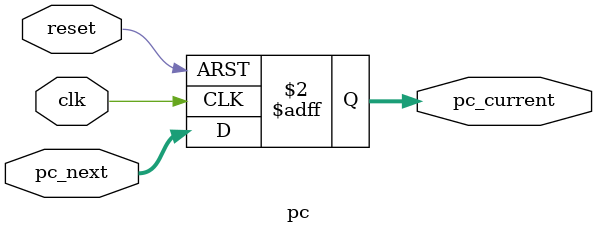
<source format=v>
module pc (
    input  wire        clk,
    input  wire        reset,
    input  wire [31:0] pc_next,
    output reg  [31:0] pc_current 
);

    always @(posedge clk or posedge reset) begin
        if (reset)
            pc_current <= 32'b0;  // Reset to 0
        else
            pc_current <= pc_next; // Update PC
    end

endmodule

</source>
